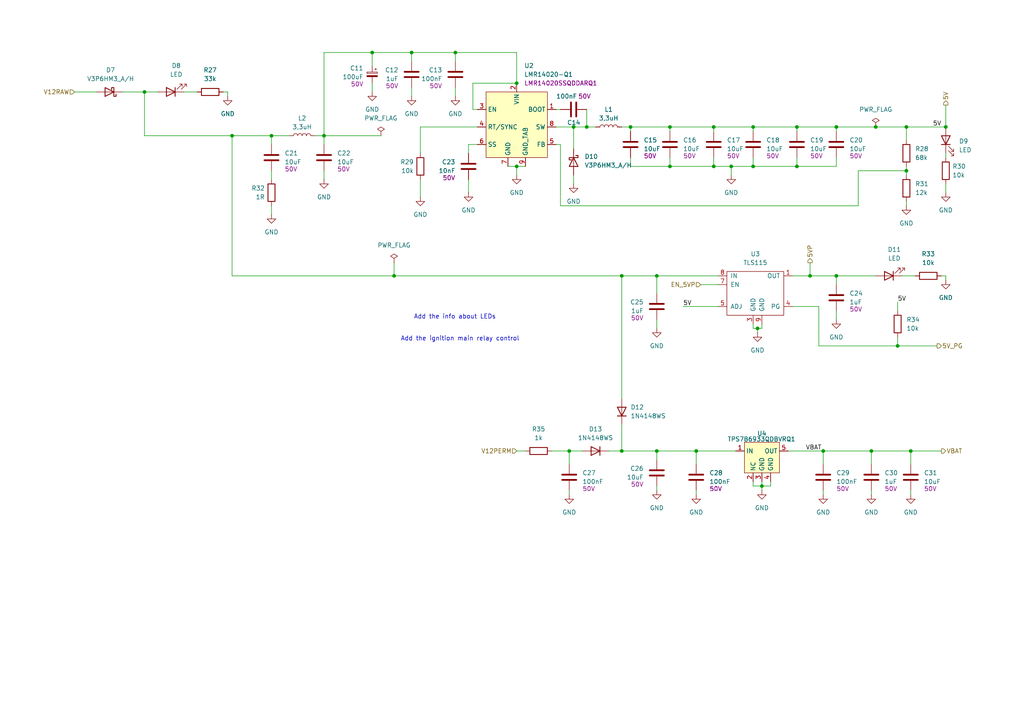
<source format=kicad_sch>
(kicad_sch (version 20231120) (generator "eeschema") (generator_version "8.0")
  (paper "A4")
  (lib_symbols
    (symbol "Device:C" (pin_numbers hide) (pin_names (offset 0.254))
      (property "Reference" "C" (at 0.635 2.54 0))
      (property "Value" "C" (at 0.635 -2.54 0))
      (symbol "C_0_1"
        (polyline (pts (xy -2.032 -0.762) (xy 2.032 -0.762)) (stroke (width 0.508)))
        (polyline (pts (xy -2.032 0.762) (xy 2.032 0.762)) (stroke (width 0.508)))
      )
      (symbol "C_1_1"
        (pin passive line (at 0 3.81 270) (length 2.794) (name "~") (number "1"))
        (pin passive line (at 0 -3.81 90) (length 2.794) (name "~") (number "2"))
      )
    )
    (symbol "Device:C_Polarized_Small" (pin_numbers hide) (pin_names (offset 0.254) hide)
      (property "Reference" "C" (at 0.254 1.778 0))
      (property "Value" "C_Polarized_Small" (at 0.254 -2.032 0))
      (symbol "C_Polarized_Small_0_1"
        (rectangle (start -1.524 -0.3048) (end 1.524 -0.6858) (fill (type outline)))
        (rectangle (start -1.524 0.6858) (end 1.524 0.3048))
        (polyline (pts (xy -1.27 1.524) (xy -0.762 1.524)))
        (polyline (pts (xy -1.016 1.27) (xy -1.016 1.778)))
      )
      (symbol "C_Polarized_Small_1_1"
        (pin passive line (at 0 2.54 270) (length 1.8542) (name "~") (number "1"))
        (pin passive line (at 0 -2.54 90) (length 1.8542) (name "~") (number "2"))
      )
    )
    (symbol "Device:D_Schottky" (pin_numbers hide) (pin_names (offset 1.016) hide)
      (property "Reference" "D" (at 0 2.54 0))
      (property "Value" "D_Schottky" (at 0 -2.54 0))
      (symbol "D_Schottky_0_1"
        (polyline (pts (xy 1.27 0) (xy -1.27 0)))
        (polyline (pts (xy 1.27 1.27) (xy 1.27 -1.27) (xy -1.27 0) (xy 1.27 1.27)) (stroke (width 0.254)))
        (polyline (pts (xy -1.905 0.635) (xy -1.905 1.27) (xy -1.27 1.27) (xy -1.27 -1.27) (xy -0.635 -1.27) (xy -0.635 -0.635)) (stroke (width 0.254)))
      )
      (symbol "D_Schottky_1_1"
        (pin passive line (at -3.81 0 0) (length 2.54) (name "K") (number "1"))
        (pin passive line (at 3.81 0 180) (length 2.54) (name "A") (number "2"))
      )
    )
    (symbol "Device:L" (pin_numbers hide) (pin_names (offset 1.016) hide)
      (property "Reference" "L" (at -1.27 0 90))
      (property "Value" "L" (at 1.905 0 90))
      (symbol "L_0_1"
        (arc (start 0 -2.54) (mid 0.6323 -1.905) (end 0 -1.27))
        (arc (start 0 -1.27) (mid 0.6323 -0.635) (end 0 0))
        (arc (start 0 0) (mid 0.6323 0.635) (end 0 1.27))
        (arc (start 0 1.27) (mid 0.6323 1.905) (end 0 2.54))
      )
      (symbol "L_1_1"
        (pin passive line (at 0 3.81 270) (length 1.27) (name "1") (number "1"))
        (pin passive line (at 0 -3.81 90) (length 1.27) (name "2") (number "2"))
      )
    )
    (symbol "Device:LED" (pin_numbers hide) (pin_names (offset 1.016) hide)
      (property "Reference" "D" (at 0 2.54 0))
      (property "Value" "LED" (at 0 -2.54 0))
      (symbol "LED_0_1"
        (polyline (pts (xy -1.27 -1.27) (xy -1.27 1.27)) (stroke (width 0.254)))
        (polyline (pts (xy -1.27 0) (xy 1.27 0)))
        (polyline (pts (xy 1.27 -1.27) (xy 1.27 1.27) (xy -1.27 0) (xy 1.27 -1.27)) (stroke (width 0.254)))
        (polyline (pts (xy -3.048 -0.762) (xy -4.572 -2.286) (xy -3.81 -2.286) (xy -4.572 -2.286) (xy -4.572 -1.524)))
        (polyline (pts (xy -1.778 -0.762) (xy -3.302 -2.286) (xy -2.54 -2.286) (xy -3.302 -2.286) (xy -3.302 -1.524)))
      )
      (symbol "LED_1_1"
        (pin passive line (at -3.81 0 0) (length 2.54) (name "K") (number "1"))
        (pin passive line (at 3.81 0 180) (length 2.54) (name "A") (number "2"))
      )
    )
    (symbol "Device:R" (pin_numbers hide) (pin_names (offset 0))
      (property "Reference" "R" (at 2.032 0 90))
      (property "Value" "R" (at 0 0 90))
      (symbol "R_0_1"
        (rectangle (start -1.016 -2.54) (end 1.016 2.54) (stroke (width 0.254)))
      )
      (symbol "R_1_1"
        (pin passive line (at 0 3.81 270) (length 1.27) (name "~") (number "1"))
        (pin passive line (at 0 -3.81 90) (length 1.27) (name "~") (number "2"))
      )
    )
    (symbol "Diode:1N4148WS" (pin_numbers hide) (pin_names hide)
      (property "Reference" "D" (at 0 2.54 0))
      (property "Value" "1N4148WS" (at 0 -2.54 0))
      (symbol "1N4148WS_0_1"
        (polyline (pts (xy -1.27 1.27) (xy -1.27 -1.27)) (stroke (width 0.254)))
        (polyline (pts (xy 1.27 0) (xy -1.27 0)))
        (polyline (pts (xy 1.27 1.27) (xy 1.27 -1.27) (xy -1.27 0) (xy 1.27 1.27)) (stroke (width 0.254)))
      )
      (symbol "1N4148WS_1_1"
        (pin passive line (at -3.81 0 0) (length 2.54) (name "K") (number "1"))
        (pin passive line (at 3.81 0 180) (length 2.54) (name "A") (number "2"))
      )
    )
    (symbol "balefi-library:LMR14020-Q1"
      (property "Reference" "U" (at -10.16 12.7 0))
      (property "Value" "LMR14020-Q1" (at 0 0 0))
      (property "MPN" "LMR14020SSQDDARQ1" (at 0 0 0))
      (symbol "LMR14020-Q1_1_1"
        (rectangle (start -8.89 6.35) (end 8.89 -12.7) (fill (type background)))
        (pin input line (at 11.43 1.27 180) (length 2.54) (name "BOOT") (number "1"))
        (pin power_in line (at 0 8.89 270) (length 2.54) (name "VIN") (number "2"))
        (pin input line (at -11.43 1.27 0) (length 2.54) (name "EN") (number "3"))
        (pin input line (at -11.43 -3.81 0) (length 2.54) (name "RT/SYNC") (number "4"))
        (pin input line (at 11.43 -8.89 180) (length 2.54) (name "FB") (number "5"))
        (pin input line (at -11.43 -8.89 0) (length 2.54) (name "SS") (number "6"))
        (pin power_in line (at -2.54 -15.24 90) (length 2.54) (name "GND") (number "7"))
        (pin input line (at 11.43 -3.81 180) (length 2.54) (name "SW") (number "8"))
        (pin power_in line (at 2.54 -15.24 90) (length 2.54) (name "GND_TAB") (number "9"))
      )
    )
    (symbol "balefi-library:TPS7B6933QDBVRQ1"
      (property "Reference" "U" (at 0 6.35 0))
      (property "Value" "TPS7B6933QDBVRQ1" (at 0 0 0))
      (property "MPN" "TPS7B6933QDBVRQ1" (at 0 0 0))
      (symbol "TPS7B6933QDBVRQ1_1_1"
        (rectangle (start -5.08 5.08) (end 5.08 -3.81) (fill (type background)))
        (pin input line (at -7.62 2.54 0) (length 2.54) (name "IN") (number "1"))
        (pin input line (at -2.54 -6.35 90) (length 2.54) (name "NC") (number "2"))
        (pin input line (at 0 -6.35 90) (length 2.54) (name "GND") (number "3"))
        (pin input line (at 2.54 -6.35 90) (length 2.54) (name "GND") (number "4"))
        (pin input line (at 7.62 2.54 180) (length 2.54) (name "OUT") (number "5"))
      )
    )
    (symbol "hellen-one-common:TLS115" (pin_names (offset 1.016))
      (property "Reference" "U" (at 0.635 8.255 0))
      (property "Value" "TLS115" (at 0.635 5.9436 0))
      (symbol "TLS115_0_1"
        (rectangle (start -7.62 3.81) (end 8.89 -8.89))
      )
      (symbol "TLS115_1_1"
        (pin output line (at 11.43 2.54 180) (length 2.54) (name "OUT") (number "1"))
        (pin no_connect line (at 0 0 0) (length 2.54) hide (name "~") (number "2"))
        (pin power_in line (at 0 -11.43 90) (length 2.54) (name "GND") (number "3"))
        (pin open_collector line (at 11.43 -6.35 180) (length 2.54) (name "PG") (number "4"))
        (pin input line (at -10.16 -6.35 0) (length 2.54) (name "ADJ") (number "5"))
        (pin no_connect line (at 0 -2.54 0) (length 2.54) hide (name "~") (number "6"))
        (pin input line (at -10.16 0 0) (length 2.54) (name "EN") (number "7"))
        (pin power_in line (at -10.16 2.54 0) (length 2.54) (name "IN") (number "8"))
        (pin power_in line (at 2.54 -11.43 90) (length 2.54) (name "GND") (number "9"))
      )
    )
    (symbol "power:GND" (power) (pin_numbers hide) (pin_names (offset 0) hide)
      (property "Value" "GND" (at 0 -3.81 0))
      (symbol "GND_0_1"
        (polyline (pts (xy 0 0) (xy 0 -1.27) (xy 1.27 -1.27) (xy 0 -2.54) (xy -1.27 -1.27) (xy 0 -1.27)))
      )
      (symbol "GND_1_1"
        (pin power_in line (at 0 0 270) (length 0) (name "~") (number "1"))
      )
    )
    (symbol "power:PWR_FLAG" (power) (pin_numbers hide) (pin_names (offset 0) hide)
      (property "Value" "PWR_FLAG" (at 0 3.81 0))
      (symbol "PWR_FLAG_0_0"
        (pin power_out line (at 0 0 90) (length 0) (name "~") (number "1"))
      )
      (symbol "PWR_FLAG_0_1"
        (polyline (pts (xy 0 0) (xy 0 1.27) (xy -1.016 1.905) (xy 0 2.54) (xy 1.016 1.905) (xy 0 1.27)))
      )
    )
  )
  (junction (at 252.73 130.81))
  (junction (at 180.34 130.81))
  (junction (at 231.14 36.83))
  (junction (at 114.3 80.01))
  (junction (at 264.16 130.81))
  (junction (at 107.95 15.24))
  (junction (at 262.89 49.53))
  (junction (at 149.86 48.26))
  (junction (at 78.74 39.37))
  (junction (at 212.09 48.26))
  (junction (at 149.86 24.13))
  (junction (at 119.38 15.24))
  (junction (at 220.98 140.97))
  (junction (at 201.93 130.81))
  (junction (at 254 36.83))
  (junction (at 218.44 48.26))
  (junction (at 165.1 130.81))
  (junction (at 41.91 26.67))
  (junction (at 180.34 80.01))
  (junction (at 219.71 95.25))
  (junction (at 67.31 39.37))
  (junction (at 170.18 36.83))
  (junction (at 238.76 130.81))
  (junction (at 218.44 36.83))
  (junction (at 194.31 48.26))
  (junction (at 274.32 36.83))
  (junction (at 194.31 36.83))
  (junction (at 132.08 15.24))
  (junction (at 234.95 80.01))
  (junction (at 207.01 36.83))
  (junction (at 93.98 39.37))
  (junction (at 190.5 130.81))
  (junction (at 260.35 100.33))
  (junction (at 242.57 80.01))
  (junction (at 231.14 48.26))
  (junction (at 190.5 80.01))
  (junction (at 166.37 36.83))
  (junction (at 182.88 36.83))
  (junction (at 242.57 36.83))
  (junction (at 262.89 36.83))
  (junction (at 207.01 48.26))
  (wire (pts (xy 135.89 41.91) (xy 135.89 44.45)))
  (wire (pts (xy 165.1 142.24) (xy 165.1 143.51)))
  (wire (pts (xy 248.92 59.69) (xy 162.56 59.69)))
  (wire (pts (xy 264.16 142.24) (xy 264.16 143.51)))
  (wire (pts (xy 219.71 95.25) (xy 219.71 96.52)))
  (wire (pts (xy 260.35 87.63) (xy 260.35 90.17)))
  (wire (pts (xy 166.37 36.83) (xy 166.37 43.18)))
  (wire (pts (xy 166.37 50.8) (xy 166.37 53.34)))
  (wire (pts (xy 180.34 123.19) (xy 180.34 130.81)))
  (wire (pts (xy 220.98 93.98) (xy 220.98 95.25)))
  (wire (pts (xy 180.34 80.01) (xy 180.34 115.57)))
  (wire (pts (xy 264.16 130.81) (xy 264.16 134.62)))
  (wire (pts (xy 132.08 25.4) (xy 132.08 27.94)))
  (wire (pts (xy 41.91 26.67) (xy 41.91 39.37)))
  (wire (pts (xy 203.2 82.55) (xy 208.28 82.55)))
  (wire (pts (xy 176.53 130.81) (xy 180.34 130.81)))
  (wire (pts (xy 218.44 95.25) (xy 219.71 95.25)))
  (wire (pts (xy 190.5 92.71) (xy 190.5 95.25)))
  (wire (pts (xy 41.91 39.37) (xy 67.31 39.37)))
  (wire (pts (xy 260.35 100.33) (xy 271.78 100.33)))
  (wire (pts (xy 212.09 48.26) (xy 212.09 50.8)))
  (wire (pts (xy 231.14 38.1) (xy 231.14 36.83)))
  (wire (pts (xy 212.09 48.26) (xy 207.01 48.26)))
  (wire (pts (xy 41.91 26.67) (xy 45.72 26.67)))
  (wire (pts (xy 231.14 45.72) (xy 231.14 48.26)))
  (wire (pts (xy 207.01 48.26) (xy 194.31 48.26)))
  (wire (pts (xy 260.35 97.79) (xy 260.35 100.33)))
  (wire (pts (xy 207.01 45.72) (xy 207.01 48.26)))
  (wire (pts (xy 78.74 39.37) (xy 78.74 41.91)))
  (wire (pts (xy 107.95 15.24) (xy 119.38 15.24)))
  (wire (pts (xy 248.92 49.53) (xy 248.92 59.69)))
  (wire (pts (xy 190.5 133.35) (xy 190.5 130.81)))
  (wire (pts (xy 220.98 139.7) (xy 220.98 140.97)))
  (wire (pts (xy 201.93 130.81) (xy 213.36 130.81)))
  (wire (pts (xy 252.73 130.81) (xy 264.16 130.81)))
  (wire (pts (xy 67.31 80.01) (xy 67.31 39.37)))
  (wire (pts (xy 170.18 36.83) (xy 172.72 36.83)))
  (wire (pts (xy 262.89 40.64) (xy 262.89 36.83)))
  (wire (pts (xy 238.76 142.24) (xy 238.76 143.51)))
  (wire (pts (xy 138.43 41.91) (xy 135.89 41.91)))
  (wire (pts (xy 274.32 45.72) (xy 274.32 44.45)))
  (wire (pts (xy 170.18 36.83) (xy 170.18 31.75)))
  (wire (pts (xy 119.38 15.24) (xy 132.08 15.24)))
  (wire (pts (xy 207.01 36.83) (xy 218.44 36.83)))
  (wire (pts (xy 218.44 95.25) (xy 218.44 93.98)))
  (wire (pts (xy 93.98 15.24) (xy 107.95 15.24)))
  (wire (pts (xy 110.49 39.37) (xy 93.98 39.37)))
  (wire (pts (xy 114.3 80.01) (xy 180.34 80.01)))
  (wire (pts (xy 53.34 26.67) (xy 57.15 26.67)))
  (wire (pts (xy 180.34 36.83) (xy 182.88 36.83)))
  (wire (pts (xy 228.6 130.81) (xy 238.76 130.81)))
  (wire (pts (xy 107.95 24.13) (xy 107.95 26.67)))
  (wire (pts (xy 220.98 140.97) (xy 223.52 140.97)))
  (wire (pts (xy 264.16 130.81) (xy 273.05 130.81)))
  (wire (pts (xy 21.59 26.67) (xy 27.94 26.67)))
  (wire (pts (xy 67.31 39.37) (xy 78.74 39.37)))
  (wire (pts (xy 238.76 134.62) (xy 238.76 130.81)))
  (wire (pts (xy 147.32 48.26) (xy 149.86 48.26)))
  (wire (pts (xy 161.29 36.83) (xy 166.37 36.83)))
  (wire (pts (xy 135.89 52.07) (xy 135.89 55.88)))
  (wire (pts (xy 242.57 48.26) (xy 231.14 48.26)))
  (wire (pts (xy 160.02 130.81) (xy 165.1 130.81)))
  (wire (pts (xy 138.43 31.75) (xy 137.16 31.75)))
  (wire (pts (xy 132.08 15.24) (xy 149.86 15.24)))
  (wire (pts (xy 254 36.83) (xy 262.89 36.83)))
  (wire (pts (xy 66.04 26.67) (xy 66.04 27.94)))
  (wire (pts (xy 201.93 130.81) (xy 201.93 134.62)))
  (wire (pts (xy 220.98 95.25) (xy 219.71 95.25)))
  (wire (pts (xy 132.08 17.78) (xy 132.08 15.24)))
  (wire (pts (xy 190.5 130.81) (xy 201.93 130.81)))
  (wire (pts (xy 93.98 49.53) (xy 93.98 52.07)))
  (wire (pts (xy 274.32 53.34) (xy 274.32 55.88)))
  (wire (pts (xy 182.88 38.1) (xy 182.88 36.83)))
  (wire (pts (xy 93.98 39.37) (xy 93.98 15.24)))
  (wire (pts (xy 194.31 48.26) (xy 194.31 45.72)))
  (wire (pts (xy 194.31 36.83) (xy 207.01 36.83)))
  (wire (pts (xy 67.31 80.01) (xy 114.3 80.01)))
  (wire (pts (xy 274.32 80.01) (xy 274.32 81.28)))
  (wire (pts (xy 190.5 80.01) (xy 180.34 80.01)))
  (wire (pts (xy 137.16 24.13) (xy 149.86 24.13)))
  (wire (pts (xy 165.1 130.81) (xy 165.1 134.62)))
  (wire (pts (xy 248.92 49.53) (xy 262.89 49.53)))
  (wire (pts (xy 64.77 26.67) (xy 66.04 26.67)))
  (wire (pts (xy 237.49 88.9) (xy 237.49 100.33)))
  (wire (pts (xy 119.38 25.4) (xy 119.38 27.94)))
  (wire (pts (xy 242.57 38.1) (xy 242.57 36.83)))
  (wire (pts (xy 35.56 26.67) (xy 41.91 26.67)))
  (wire (pts (xy 274.32 30.48) (xy 274.32 36.83)))
  (wire (pts (xy 182.88 45.72) (xy 182.88 48.26)))
  (wire (pts (xy 218.44 45.72) (xy 218.44 48.26)))
  (wire (pts (xy 238.76 130.81) (xy 252.73 130.81)))
  (wire (pts (xy 218.44 38.1) (xy 218.44 36.83)))
  (wire (pts (xy 162.56 41.91) (xy 161.29 41.91)))
  (wire (pts (xy 149.86 130.81) (xy 152.4 130.81)))
  (wire (pts (xy 190.5 80.01) (xy 190.5 85.09)))
  (wire (pts (xy 218.44 140.97) (xy 220.98 140.97)))
  (wire (pts (xy 121.92 52.07) (xy 121.92 57.15)))
  (wire (pts (xy 231.14 36.83) (xy 242.57 36.83)))
  (wire (pts (xy 194.31 38.1) (xy 194.31 36.83)))
  (wire (pts (xy 207.01 38.1) (xy 207.01 36.83)))
  (wire (pts (xy 229.87 88.9) (xy 237.49 88.9)))
  (wire (pts (xy 190.5 80.01) (xy 208.28 80.01)))
  (wire (pts (xy 242.57 80.01) (xy 254 80.01)))
  (wire (pts (xy 114.3 76.2) (xy 114.3 80.01)))
  (wire (pts (xy 218.44 139.7) (xy 218.44 140.97)))
  (wire (pts (xy 262.89 36.83) (xy 274.32 36.83)))
  (wire (pts (xy 121.92 44.45) (xy 121.92 36.83)))
  (wire (pts (xy 119.38 17.78) (xy 119.38 15.24)))
  (wire (pts (xy 198.12 88.9) (xy 208.28 88.9)))
  (wire (pts (xy 83.82 39.37) (xy 78.74 39.37)))
  (wire (pts (xy 220.98 140.97) (xy 220.98 142.24)))
  (wire (pts (xy 252.73 142.24) (xy 252.73 143.51)))
  (wire (pts (xy 161.29 31.75) (xy 162.56 31.75)))
  (wire (pts (xy 137.16 31.75) (xy 137.16 24.13)))
  (wire (pts (xy 234.95 80.01) (xy 242.57 80.01)))
  (wire (pts (xy 93.98 39.37) (xy 93.98 41.91)))
  (wire (pts (xy 218.44 48.26) (xy 212.09 48.26)))
  (wire (pts (xy 218.44 36.83) (xy 231.14 36.83)))
  (wire (pts (xy 242.57 90.17) (xy 242.57 92.71)))
  (wire (pts (xy 149.86 48.26) (xy 152.4 48.26)))
  (wire (pts (xy 201.93 142.24) (xy 201.93 143.51)))
  (wire (pts (xy 180.34 130.81) (xy 190.5 130.81)))
  (wire (pts (xy 149.86 15.24) (xy 149.86 24.13)))
  (wire (pts (xy 166.37 36.83) (xy 170.18 36.83)))
  (wire (pts (xy 242.57 80.01) (xy 242.57 82.55)))
  (wire (pts (xy 273.05 80.01) (xy 274.32 80.01)))
  (wire (pts (xy 149.86 48.26) (xy 149.86 50.8)))
  (wire (pts (xy 223.52 140.97) (xy 223.52 139.7)))
  (wire (pts (xy 242.57 45.72) (xy 242.57 48.26)))
  (wire (pts (xy 262.89 49.53) (xy 262.89 50.8)))
  (wire (pts (xy 162.56 59.69) (xy 162.56 41.91)))
  (wire (pts (xy 252.73 130.81) (xy 252.73 134.62)))
  (wire (pts (xy 182.88 36.83) (xy 194.31 36.83)))
  (wire (pts (xy 78.74 49.53) (xy 78.74 52.07)))
  (wire (pts (xy 231.14 48.26) (xy 218.44 48.26)))
  (wire (pts (xy 262.89 58.42) (xy 262.89 59.69)))
  (wire (pts (xy 242.57 36.83) (xy 254 36.83)))
  (wire (pts (xy 234.95 76.2) (xy 234.95 80.01)))
  (wire (pts (xy 237.49 100.33) (xy 260.35 100.33)))
  (wire (pts (xy 165.1 130.81) (xy 168.91 130.81)))
  (wire (pts (xy 91.44 39.37) (xy 93.98 39.37)))
  (wire (pts (xy 261.62 80.01) (xy 265.43 80.01)))
  (wire (pts (xy 262.89 48.26) (xy 262.89 49.53)))
  (wire (pts (xy 78.74 59.69) (xy 78.74 62.23)))
  (wire (pts (xy 182.88 48.26) (xy 194.31 48.26)))
  (wire (pts (xy 107.95 19.05) (xy 107.95 15.24)))
  (wire (pts (xy 121.92 36.83) (xy 138.43 36.83)))
  (wire (pts (xy 190.5 140.97) (xy 190.5 142.24)))
  (wire (pts (xy 234.95 80.01) (xy 229.87 80.01)))
  (text "Add the info about LEDs" (at 120.015 92.71 0) (effects (font (size 1.27 1.27)) (justify left bottom)))
  (text "Add the ignition main relay control" (at 116.205 99.06 0) (effects (font (size 1.27 1.27)) (justify left bottom)))
  (label "5V" (at 260.35 87.63 0))
  (label "5V" (at 273.05 36.83 180))
  (label "5V" (at 198.12 88.9 0))
  (label "VBAT" (at 233.68 130.81 0))
  (hierarchical_label "5V_PG" (shape output) (at 271.78 100.33 0))
  (hierarchical_label "5VP" (shape output) (at 234.95 76.2 90))
  (hierarchical_label "VBAT" (shape output) (at 273.05 130.81 0))
  (hierarchical_label "EN_5VP" (shape input) (at 203.2 82.55 180))
  (hierarchical_label "5V" (shape output) (at 274.32 30.48 90))
  (hierarchical_label "V12RAW" (shape input) (at 21.59 26.67 180))
  (hierarchical_label "V12PERM" (shape input) (at 149.86 130.81 180))
  (symbol (lib_id "Device:C") (at 93.98 45.72 0) (unit 1)
    (property "Reference" "C22" (at 97.79 44.45 0) (effects (justify left)))
    (property "Value" "10uF" (at 97.79 46.99 0) (effects (justify left)))
    (property "Footprint" "Capacitor_SMD:C_1206_3216Metric" (effects (hide yes)))
    (property "Napięcie" "50V" (at 99.657 49.0485 0))
    (property "MPN" "CL31A106KBHNNNE" (effects (hide yes)))
  )
  (symbol (lib_id "Device:LED") (at 257.81 80.01 180) (unit 1)
    (property "Reference" "D11" (at 259.3975 72.39 0))
    (property "Value" "LED" (at 259.3975 74.93 0))
    (property "Footprint" "LED_SMD:LED_0603_1608Metric" (effects (hide yes)))
    (property "MPN" "150060AS75000" (effects (hide yes)))
  )
  (symbol (lib_id "Device:R") (at 121.92 48.26 0) (mirror y) (unit 1)
    (property "Reference" "R29" (at 120.015 46.99 0) (effects (justify left)))
    (property "Value" "10k" (at 120.015 49.53 0) (effects (justify left)))
    (property "Footprint" "Resistor_SMD:R_0402_1005Metric" (effects (hide yes)))
    (property "MPN" "AC0402JR-0710KL" (effects (hide yes)))
  )
  (symbol (lib_id "power:GND") (at 238.76 143.51 0) (unit 1)
    (property "Reference" "#PWR051" (effects (hide yes)))
    (property "Value" "GND" (at 238.76 148.59 0))
    (property "Description" "Power symbol creates a global label with name \"GND\" , ground" (effects (hide yes)))
  )
  (symbol (lib_id "Device:R") (at 78.74 55.88 0) (mirror y) (unit 1)
    (property "Reference" "R32" (at 76.835 54.61 0) (effects (justify left)))
    (property "Value" "1R" (at 76.835 57.15 0) (effects (justify left)))
    (property "Footprint" "Resistor_SMD:R_0603_1608Metric" (effects (hide yes)))
    (property "MPN" "AF0603FR-071RL" (effects (hide yes)))
  )
  (symbol (lib_id "Device:C") (at 119.38 21.59 0) (mirror y) (unit 1)
    (property "Reference" "C12" (at 115.57 20.32 0) (effects (justify left)))
    (property "Value" "1uF" (at 115.57 22.86 0) (effects (justify left)))
    (property "Footprint" "Capacitor_SMD:C_0805_2012Metric" (effects (hide yes)))
    (property "Napięcie" "50V" (at 113.703 24.9185 0))
    (property "MPN" "CL21B105KBFNNNG" (effects (hide yes)))
  )
  (symbol (lib_id "Device:L") (at 176.53 36.83 90) (unit 1)
    (property "Reference" "L1" (at 176.53 31.75 90))
    (property "Value" "3,3uH" (at 176.53 34.29 90))
    (property "Footprint" "Inductor_SMD:L_TDK_VLS6045EX_VLS6045AF" (effects (hide yes)))
    (property "MPN" "VLS6045EX-3R3N-H" (effects (hide yes)))
  )
  (symbol (lib_id "power:GND") (at 220.98 142.24 0) (unit 1)
    (property "Reference" "#PWR048" (effects (hide yes)))
    (property "Value" "GND" (at 220.98 147.32 0))
    (property "Description" "Power symbol creates a global label with name \"GND\" , ground" (effects (hide yes)))
  )
  (symbol (lib_id "Device:C") (at 166.37 31.75 270) (mirror x) (unit 1)
    (property "Reference" "C14" (at 164.465 35.56 90) (effects (justify left)))
    (property "Value" "100nF" (at 161.29 27.94 90) (effects (justify left)))
    (property "Footprint" "Capacitor_SMD:C_0402_1005Metric" (effects (hide yes)))
    (property "Napięcie" "50V" (at 169.545 27.94 90))
    (property "MPN" "CL05B104KB54PNC" (effects (hide yes)))
  )
  (symbol (lib_id "Device:C") (at 132.08 21.59 0) (mirror y) (unit 1)
    (property "Reference" "C13" (at 128.27 20.32 0) (effects (justify left)))
    (property "Value" "100nF" (at 128.27 22.86 0) (effects (justify left)))
    (property "Footprint" "Capacitor_SMD:C_0402_1005Metric" (effects (hide yes)))
    (property "Napięcie" "50V" (at 126.403 24.9185 0))
    (property "MPN" "CL05B104KB54PNC" (effects (hide yes)))
  )
  (symbol (lib_id "Device:C_Polarized_Small") (at 107.95 21.59 0) (mirror y) (unit 1)
    (property "Reference" "C11" (at 105.41 19.7739 0) (effects (justify left)))
    (property "Value" "100uF" (at 105.41 22.3139 0) (effects (justify left)))
    (property "Footprint" "Capacitor_SMD:CP_Elec_8x10" (effects (hide yes)))
    (property "MPN" "UCD1H101MNL1GS" (effects (hide yes)))
    (property "Producent" "Nichicon" (effects (hide yes)))
    (property "Napięcie" "50V" (at 103.5826 24.3943 0))
  )
  (symbol (lib_id "Device:C") (at 242.57 86.36 0) (unit 1)
    (property "Reference" "C24" (at 246.38 85.09 0) (effects (justify left)))
    (property "Value" "1uF" (at 246.38 87.63 0) (effects (justify left)))
    (property "Footprint" "Capacitor_SMD:C_0805_2012Metric" (effects (hide yes)))
    (property "Napięcie" "50V" (at 248.247 89.6885 0))
    (property "MPN" "CL21B105KBFNNNG" (effects (hide yes)))
  )
  (symbol (lib_id "Device:C") (at 252.73 138.43 0) (unit 1)
    (property "Reference" "C30" (at 256.54 137.16 0) (effects (justify left)))
    (property "Value" "1uF" (at 256.54 139.7 0) (effects (justify left)))
    (property "Footprint" "Capacitor_SMD:C_0805_2012Metric" (effects (hide yes)))
    (property "Napięcie" "50V" (at 258.407 141.7585 0))
    (property "MPN" "CL21B105KBFNNNG" (effects (hide yes)))
  )
  (symbol (lib_id "power:GND") (at 166.37 53.34 0) (unit 1)
    (property "Reference" "#PWR037" (effects (hide yes)))
    (property "Value" "GND" (at 166.37 58.42 0))
    (property "Description" "Power symbol creates a global label with name \"GND\" , ground" (effects (hide yes)))
  )
  (symbol (lib_id "power:GND") (at 264.16 143.51 0) (unit 1)
    (property "Reference" "#PWR053" (effects (hide yes)))
    (property "Value" "GND" (at 264.16 148.59 0))
    (property "Description" "Power symbol creates a global label with name \"GND\" , ground" (effects (hide yes)))
  )
  (symbol (lib_id "Device:R") (at 60.96 26.67 90) (unit 1)
    (property "Reference" "R27" (at 60.96 20.32 90))
    (property "Value" "33k" (at 60.96 22.86 90))
    (property "Footprint" "Resistor_SMD:R_0402_1005Metric" (effects (hide yes)))
    (property "MPN" "AC0402FR-0733KL" (effects (hide yes)))
  )
  (symbol (lib_id "Device:R") (at 156.21 130.81 90) (unit 1)
    (property "Reference" "R35" (at 156.21 124.46 90))
    (property "Value" "1k" (at 156.21 127 90))
    (property "Footprint" "Resistor_SMD:R_0402_1005Metric" (effects (hide yes)))
    (property "MPN" "AC0402FR-071KL" (effects (hide yes)))
  )
  (symbol (lib_id "power:GND") (at 252.73 143.51 0) (unit 1)
    (property "Reference" "#PWR052" (effects (hide yes)))
    (property "Value" "GND" (at 252.73 148.59 0))
    (property "Description" "Power symbol creates a global label with name \"GND\" , ground" (effects (hide yes)))
  )
  (symbol (lib_id "power:GND") (at 201.93 143.51 0) (unit 1)
    (property "Reference" "#PWR050" (effects (hide yes)))
    (property "Value" "GND" (at 201.93 148.59 0))
    (property "Description" "Power symbol creates a global label with name \"GND\" , ground" (effects (hide yes)))
  )
  (symbol (lib_id "power:GND") (at 78.74 62.23 0) (unit 1)
    (property "Reference" "#PWR042" (effects (hide yes)))
    (property "Value" "GND" (at 78.74 67.31 0))
    (property "Description" "Power symbol creates a global label with name \"GND\" , ground" (effects (hide yes)))
  )
  (symbol (lib_id "Device:R") (at 269.24 80.01 90) (unit 1)
    (property "Reference" "R33" (at 269.24 73.66 90))
    (property "Value" "10k" (at 269.24 76.2 90))
    (property "Footprint" "Resistor_SMD:R_0402_1005Metric" (effects (hide yes)))
    (property "MPN" "AC0402JR-0710KL" (effects (hide yes)))
  )
  (symbol (lib_id "power:GND") (at 132.08 27.94 0) (unit 1)
    (property "Reference" "#PWR033" (effects (hide yes)))
    (property "Value" "GND" (at 132.08 33.02 0))
    (property "Description" "Power symbol creates a global label with name \"GND\" , ground" (effects (hide yes)))
  )
  (symbol (lib_id "power:GND") (at 219.71 96.52 0) (unit 1)
    (property "Reference" "#PWR046" (effects (hide yes)))
    (property "Value" "GND" (at 219.71 101.6 0))
    (property "Description" "Power symbol creates a global label with name \"GND\" , ground" (effects (hide yes)))
  )
  (symbol (lib_id "Device:R") (at 260.35 93.98 180) (unit 1)
    (property "Reference" "R34" (at 262.89 92.71 0) (effects (justify right)))
    (property "Value" "10k" (at 262.89 95.25 0) (effects (justify right)))
    (property "Footprint" "Resistor_SMD:R_0402_1005Metric" (effects (hide yes)))
    (property "MPN" "AC0402JR-0710KL" (effects (hide yes)))
  )
  (symbol (lib_id "Device:C") (at 207.01 41.91 0) (unit 1)
    (property "Reference" "C17" (at 210.82 40.64 0) (effects (justify left)))
    (property "Value" "10uF" (at 210.82 43.18 0) (effects (justify left)))
    (property "Footprint" "Capacitor_SMD:C_1206_3216Metric" (effects (hide yes)))
    (property "Napięcie" "50V" (at 212.687 45.2385 0))
    (property "MPN" "CL31A106KBHNNNE" (effects (hide yes)))
  )
  (symbol (lib_id "power:GND") (at 190.5 142.24 0) (unit 1)
    (property "Reference" "#PWR047" (effects (hide yes)))
    (property "Value" "GND" (at 190.5 147.32 0))
    (property "Description" "Power symbol creates a global label with name \"GND\" , ground" (effects (hide yes)))
  )
  (symbol (lib_id "Device:C") (at 182.88 41.91 0) (unit 1)
    (property "Reference" "C15" (at 186.69 40.64 0) (effects (justify left)))
    (property "Value" "10uF" (at 186.69 43.18 0) (effects (justify left)))
    (property "Footprint" "Capacitor_SMD:C_1206_3216Metric" (effects (hide yes)))
    (property "Napięcie" "50V" (at 188.557 45.2385 0))
    (property "MPN" "CL31A106KBHNNNE" (effects (hide yes)))
  )
  (symbol (lib_id "Device:C") (at 165.1 138.43 0) (unit 1)
    (property "Reference" "C27" (at 168.91 137.16 0) (effects (justify left)))
    (property "Value" "100nF" (at 168.91 139.7 0) (effects (justify left)))
    (property "Footprint" "Capacitor_SMD:C_0402_1005Metric" (effects (hide yes)))
    (property "Napięcie" "50V" (at 170.777 141.7585 0))
    (property "MPN" "CL05B104KB54PNC" (effects (hide yes)))
  )
  (symbol (lib_id "power:PWR_FLAG") (at 110.49 39.37 0) (unit 1)
    (property "Reference" "#FLG04" (effects (hide yes)))
    (property "Value" "PWR_FLAG" (at 110.49 34.29 0))
    (property "Description" "Special symbol for telling ERC where power comes from" (effects (hide yes)))
  )
  (symbol (lib_id "Device:L") (at 87.63 39.37 90) (unit 1)
    (property "Reference" "L2" (at 87.63 34.29 90))
    (property "Value" "3,3uH" (at 87.63 36.83 90))
    (property "Footprint" "Inductor_SMD:L_TDK_VLS6045EX_VLS6045AF" (effects (hide yes)))
    (property "MPN" "VLS6045EX-3R3N-H" (effects (hide yes)))
  )
  (symbol (lib_id "power:GND") (at 135.89 55.88 0) (unit 1)
    (property "Reference" "#PWR038" (effects (hide yes)))
    (property "Value" "GND" (at 135.89 60.96 0))
    (property "Description" "Power symbol creates a global label with name \"GND\" , ground" (effects (hide yes)))
  )
  (symbol (lib_id "balefi-library:LMR14020-Q1") (at 149.86 33.02 0) (unit 1)
    (property "Reference" "U2" (at 152.0541 19.05 0) (effects (justify left)))
    (property "Value" "LMR14020-Q1" (at 152.0541 21.59 0) (effects (justify left)))
    (property "Footprint" "Package_SO:Texas_R-PDSO-G8_EP2.95x4.9mm_Mask2.4x3.1mm_ThermalVias" (effects (hide yes)))
    (property "Datasheet" "https://www.ti.com/lit/gpn/lmr14020-q1" (effects (hide yes)))
    (property "MPN" "LMR14020SSQDDARQ1" (at 152.0541 24.13 0) (effects (justify left)))
  )
  (symbol (lib_id "power:GND") (at 149.86 50.8 0) (unit 1)
    (property "Reference" "#PWR034" (effects (hide yes)))
    (property "Value" "GND" (at 149.86 55.88 0))
    (property "Description" "Power symbol creates a global label with name \"GND\" , ground" (effects (hide yes)))
  )
  (symbol (lib_id "power:GND") (at 190.5 95.25 0) (unit 1)
    (property "Reference" "#PWR045" (effects (hide yes)))
    (property "Value" "GND" (at 190.5 100.33 0))
    (property "Description" "Power symbol creates a global label with name \"GND\" , ground" (effects (hide yes)))
  )
  (symbol (lib_id "Device:D_Schottky") (at 31.75 26.67 180) (unit 1)
    (property "Reference" "D7" (at 32.0675 20.32 0))
    (property "Value" "V3P6HM3_A/H" (at 32.0675 22.86 0))
    (property "Footprint" "Diode_SMD:Vishay_SMPA" (effects (hide yes)))
    (property "MPN" "V3P6HM3_A/H" (effects (hide yes)))
  )
  (symbol (lib_id "Diode:1N4148WS") (at 172.72 130.81 180) (unit 1)
    (property "Reference" "D13" (at 172.72 124.46 0))
    (property "Value" "1N4148WS" (at 172.72 127 0))
    (property "Footprint" "Diode_SMD:D_SOD-323" (effects (hide yes)))
    (property "Datasheet" "https://www.vishay.com/docs/85751/1n4148ws.pdf" (effects (hide yes)))
    (property "Sim.Device" "D" (effects (hide yes)))
    (property "Sim.Pins" "1=K 2=A" (effects (hide yes)))
    (property "MPN" "1N4148WS-7-F" (effects (hide yes)))
  )
  (symbol (lib_id "power:GND") (at 121.92 57.15 0) (unit 1)
    (property "Reference" "#PWR040" (effects (hide yes)))
    (property "Value" "GND" (at 121.92 62.23 0))
    (property "Description" "Power symbol creates a global label with name \"GND\" , ground" (effects (hide yes)))
  )
  (symbol (lib_id "power:GND") (at 274.32 55.88 0) (unit 1)
    (property "Reference" "#PWR039" (effects (hide yes)))
    (property "Value" "GND" (at 274.32 60.96 0))
    (property "Description" "Power symbol creates a global label with name \"GND\" , ground" (effects (hide yes)))
  )
  (symbol (lib_id "Device:R") (at 262.89 54.61 180) (unit 1)
    (property "Reference" "R31" (at 265.43 53.34 0) (effects (justify right)))
    (property "Value" "12k" (at 265.43 55.88 0) (effects (justify right)))
    (property "Footprint" "Resistor_SMD:R_0402_1005Metric" (effects (hide yes)))
    (property "MPN" "AC0402FR-0712KL" (effects (hide yes)))
  )
  (symbol (lib_id "Device:C") (at 201.93 138.43 0) (unit 1)
    (property "Reference" "C28" (at 205.74 137.16 0) (effects (justify left)))
    (property "Value" "100nF" (at 205.74 139.7 0) (effects (justify left)))
    (property "Footprint" "Capacitor_SMD:C_0402_1005Metric" (effects (hide yes)))
    (property "Napięcie" "50V" (at 207.607 141.7585 0))
    (property "MPN" "CL05B104KB54PNC" (effects (hide yes)))
  )
  (symbol (lib_id "Device:C") (at 78.74 45.72 0) (unit 1)
    (property "Reference" "C21" (at 82.55 44.45 0) (effects (justify left)))
    (property "Value" "10uF" (at 82.55 46.99 0) (effects (justify left)))
    (property "Footprint" "Capacitor_SMD:C_1206_3216Metric" (effects (hide yes)))
    (property "Napięcie" "50V" (at 84.417 49.0485 0))
    (property "MPN" "CL31A106KBHNNNE" (effects (hide yes)))
  )
  (symbol (lib_id "balefi-library:TPS7B6933QDBVRQ1") (at 220.98 133.35 0) (unit 1)
    (property "Reference" "U4" (at 220.98 125.73 0))
    (property "Value" "TPS7B6933QDBVRQ1" (at 220.8643 127.3646 0))
    (property "Footprint" "Package_TO_SOT_SMD:SOT-23-5" (effects (hide yes)))
    (property "MPN" "TPS7B6933QDBVRQ1" (effects (hide yes)))
  )
  (symbol (lib_id "hellen-one-common:TLS115") (at 218.44 82.55 0) (unit 1)
    (property "Reference" "U3" (at 219.075 73.66 0))
    (property "Value" "TLS115" (at 219.075 76.2 0))
    (property "Footprint" "Package_SO:Texas_R-PDSO-G8_EP2.95x4.9mm_Mask2.4x3.1mm_ThermalVias" (effects (hide yes)))
    (property "MPN" "TLS115B0EJXUMA1" (effects (hide yes)))
  )
  (symbol (lib_id "power:PWR_FLAG") (at 254 36.83 0) (unit 1)
    (property "Reference" "#FLG03" (effects (hide yes)))
    (property "Value" "PWR_FLAG" (at 254 31.75 0))
    (property "Description" "Special symbol for telling ERC where power comes from" (effects (hide yes)))
  )
  (symbol (lib_id "power:GND") (at 93.98 52.07 0) (unit 1)
    (property "Reference" "#PWR036" (effects (hide yes)))
    (property "Value" "GND" (at 93.98 57.15 0))
    (property "Description" "Power symbol creates a global label with name \"GND\" , ground" (effects (hide yes)))
  )
  (symbol (lib_id "power:GND") (at 212.09 50.8 0) (unit 1)
    (property "Reference" "#PWR035" (effects (hide yes)))
    (property "Value" "GND" (at 212.09 55.88 0))
    (property "Description" "Power symbol creates a global label with name \"GND\" , ground" (effects (hide yes)))
  )
  (symbol (lib_id "Diode:1N4148WS") (at 180.34 119.38 90) (unit 1)
    (property "Reference" "D12" (at 182.88 118.11 90) (effects (justify right)))
    (property "Value" "1N4148WS" (at 182.88 120.65 90) (effects (justify right)))
    (property "Footprint" "Diode_SMD:D_SOD-323" (effects (hide yes)))
    (property "Datasheet" "https://www.vishay.com/docs/85751/1n4148ws.pdf" (effects (hide yes)))
    (property "Sim.Device" "D" (effects (hide yes)))
    (property "Sim.Pins" "1=K 2=A" (effects (hide yes)))
    (property "MPN" "1N4148WS-7-F" (effects (hide yes)))
  )
  (symbol (lib_id "Device:LED") (at 274.32 40.64 90) (unit 1)
    (property "Reference" "D9" (at 278.13 40.9575 90) (effects (justify right)))
    (property "Value" "LED" (at 278.13 43.4975 90) (effects (justify right)))
    (property "Footprint" "LED_SMD:LED_0603_1608Metric" (effects (hide yes)))
    (property "MPN" "150060AS75000" (effects (hide yes)))
  )
  (symbol (lib_id "Device:C") (at 190.5 88.9 0) (mirror y) (unit 1)
    (property "Reference" "C25" (at 186.69 87.63 0) (effects (justify left)))
    (property "Value" "1uF" (at 186.69 90.17 0) (effects (justify left)))
    (property "Footprint" "Capacitor_SMD:C_0805_2012Metric" (effects (hide yes)))
    (property "Napięcie" "50V" (at 184.823 92.2285 0))
    (property "MPN" "CL21B105KBFNNNG" (effects (hide yes)))
  )
  (symbol (lib_id "power:GND") (at 274.32 81.28 0) (unit 1)
    (property "Reference" "#PWR043" (effects (hide yes)))
    (property "Value" "GND" (at 274.32 86.36 0))
    (property "Description" "Power symbol creates a global label with name \"GND\" , ground" (effects (hide yes)))
  )
  (symbol (lib_id "Device:C") (at 264.16 138.43 0) (unit 1)
    (property "Reference" "C31" (at 267.97 137.16 0) (effects (justify left)))
    (property "Value" "10uF" (at 267.97 139.7 0) (effects (justify left)))
    (property "Footprint" "Capacitor_SMD:C_1206_3216Metric" (effects (hide yes)))
    (property "Napięcie" "50V" (at 269.837 141.7585 0))
    (property "MPN" "CL31A106KBHNNNE" (effects (hide yes)))
  )
  (symbol (lib_id "Device:LED") (at 49.53 26.67 180) (unit 1)
    (property "Reference" "D8" (at 51.1175 19.05 0))
    (property "Value" "LED" (at 51.1175 21.59 0))
    (property "Footprint" "LED_SMD:LED_0603_1608Metric" (effects (hide yes)))
    (property "MPN" "150060AS75000" (effects (hide yes)))
  )
  (symbol (lib_id "Device:D_Schottky") (at 166.37 46.99 270) (unit 1)
    (property "Reference" "D10" (at 169.545 45.4025 90) (effects (justify left)))
    (property "Value" "V3P6HM3_A/H" (at 169.545 47.9425 90) (effects (justify left)))
    (property "Footprint" "Diode_SMD:Vishay_SMPA" (effects (hide yes)))
    (property "MPN" "V3P6HM3_A/H" (effects (hide yes)))
  )
  (symbol (lib_id "power:GND") (at 66.04 27.94 0) (unit 1)
    (property "Reference" "#PWR031" (effects (hide yes)))
    (property "Value" "GND" (at 66.04 33.02 0))
    (property "Description" "Power symbol creates a global label with name \"GND\" , ground" (effects (hide yes)))
  )
  (symbol (lib_id "Device:C") (at 238.76 138.43 0) (unit 1)
    (property "Reference" "C29" (at 242.57 137.16 0) (effects (justify left)))
    (property "Value" "100nF" (at 242.57 139.7 0) (effects (justify left)))
    (property "Footprint" "Capacitor_SMD:C_0402_1005Metric" (effects (hide yes)))
    (property "Napięcie" "50V" (at 244.437 141.7585 0))
    (property "MPN" "CL05B104KB54PNC" (effects (hide yes)))
  )
  (symbol (lib_id "power:PWR_FLAG") (at 114.3 76.2 0) (unit 1)
    (property "Reference" "#FLG08" (effects (hide yes)))
    (property "Value" "PWR_FLAG" (at 114.3 71.12 0))
    (property "Description" "Special symbol for telling ERC where power comes from" (effects (hide yes)))
  )
  (symbol (lib_id "power:GND") (at 242.57 92.71 0) (mirror y) (unit 1)
    (property "Reference" "#PWR044" (effects (hide yes)))
    (property "Value" "GND" (at 242.57 97.79 0))
    (property "Description" "Power symbol creates a global label with name \"GND\" , ground" (effects (hide yes)))
  )
  (symbol (lib_id "Device:C") (at 218.44 41.91 0) (unit 1)
    (property "Reference" "C18" (at 222.25 40.64 0) (effects (justify left)))
    (property "Value" "10uF" (at 222.25 43.18 0) (effects (justify left)))
    (property "Footprint" "Capacitor_SMD:C_1206_3216Metric" (effects (hide yes)))
    (property "Napięcie" "50V" (at 224.117 45.2385 0))
    (property "MPN" "CL31A106KBHNNNE" (effects (hide yes)))
  )
  (symbol (lib_id "Device:C") (at 194.31 41.91 0) (unit 1)
    (property "Reference" "C16" (at 198.12 40.64 0) (effects (justify left)))
    (property "Value" "10uF" (at 198.12 43.18 0) (effects (justify left)))
    (property "Footprint" "Capacitor_SMD:C_1206_3216Metric" (effects (hide yes)))
    (property "Napięcie" "50V" (at 199.987 45.2385 0))
    (property "MPN" "CL31A106KBHNNNE" (effects (hide yes)))
  )
  (symbol (lib_id "Device:R") (at 262.89 44.45 180) (unit 1)
    (property "Reference" "R28" (at 265.43 43.18 0) (effects (justify right)))
    (property "Value" "68k" (at 265.43 45.72 0) (effects (justify right)))
    (property "Footprint" "Resistor_SMD:R_0402_1005Metric" (effects (hide yes)))
    (property "MPN" "AC0402FR-0768KL" (effects (hide yes)))
  )
  (symbol (lib_id "Device:C") (at 135.89 48.26 0) (mirror y) (unit 1)
    (property "Reference" "C23" (at 132.08 46.99 0) (effects (justify left)))
    (property "Value" "10nF" (at 132.08 49.53 0) (effects (justify left)))
    (property "Footprint" "Capacitor_SMD:C_0402_1005Metric" (effects (hide yes)))
    (property "Napięcie" "50V" (at 130.213 51.5885 0))
    (property "MPN" "GCM155R71H103MA55D" (effects (hide yes)))
  )
  (symbol (lib_id "Device:C") (at 242.57 41.91 0) (unit 1)
    (property "Reference" "C20" (at 246.38 40.64 0) (effects (justify left)))
    (property "Value" "10uF" (at 246.38 43.18 0) (effects (justify left)))
    (property "Footprint" "Capacitor_SMD:C_1206_3216Metric" (effects (hide yes)))
    (property "Napięcie" "50V" (at 248.247 45.2385 0))
    (property "MPN" "CL31A106KBHNNNE" (effects (hide yes)))
  )
  (symbol (lib_id "Device:R") (at 274.32 49.53 0) (unit 1)
    (property "Reference" "R30" (at 276.225 48.26 0) (effects (justify left)))
    (property "Value" "10k" (at 276.225 50.8 0) (effects (justify left)))
    (property "Footprint" "Resistor_SMD:R_0402_1005Metric" (effects (hide yes)))
    (property "MPN" "AC0402JR-0710KL" (effects (hide yes)))
  )
  (symbol (lib_id "power:GND") (at 107.95 26.67 0) (unit 1)
    (property "Reference" "#PWR030" (effects (hide yes)))
    (property "Value" "GND" (at 107.95 31.75 0))
    (property "Description" "Power symbol creates a global label with name \"GND\" , ground" (effects (hide yes)))
  )
  (symbol (lib_id "power:GND") (at 165.1 143.51 0) (unit 1)
    (property "Reference" "#PWR049" (effects (hide yes)))
    (property "Value" "GND" (at 165.1 148.59 0))
    (property "Description" "Power symbol creates a global label with name \"GND\" , ground" (effects (hide yes)))
  )
  (symbol (lib_id "Device:C") (at 190.5 137.16 0) (mirror y) (unit 1)
    (property "Reference" "C26" (at 186.69 135.89 0) (effects (justify left)))
    (property "Value" "10uF" (at 186.69 138.43 0) (effects (justify left)))
    (property "Footprint" "Capacitor_SMD:C_1206_3216Metric" (effects (hide yes)))
    (property "Napięcie" "50V" (at 184.823 140.4885 0))
    (property "MPN" "CL31A106KBHNNNE" (effects (hide yes)))
  )
  (symbol (lib_id "power:GND") (at 119.38 27.94 0) (unit 1)
    (property "Reference" "#PWR032" (effects (hide yes)))
    (property "Value" "GND" (at 119.38 33.02 0))
    (property "Description" "Power symbol creates a global label with name \"GND\" , ground" (effects (hide yes)))
  )
  (symbol (lib_id "Device:C") (at 231.14 41.91 0) (unit 1)
    (property "Reference" "C19" (at 234.95 40.64 0) (effects (justify left)))
    (property "Value" "10uF" (at 234.95 43.18 0) (effects (justify left)))
    (property "Footprint" "Capacitor_SMD:C_1206_3216Metric" (effects (hide yes)))
    (property "Napięcie" "50V" (at 236.817 45.2385 0))
    (property "MPN" "CL31A106KBHNNNE" (effects (hide yes)))
  )
  (symbol (lib_id "power:GND") (at 262.89 59.69 0) (unit 1)
    (property "Reference" "#PWR041" (effects (hide yes)))
    (property "Value" "GND" (at 262.89 64.77 0))
    (property "Description" "Power symbol creates a global label with name \"GND\" , ground" (effects (hide yes)))
  )
)
</source>
